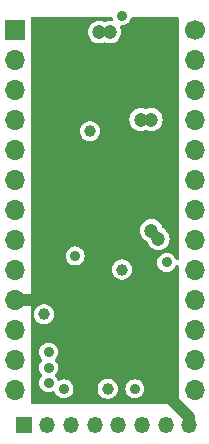
<source format=gbr>
%TF.GenerationSoftware,KiCad,Pcbnew,7.0.8*%
%TF.CreationDate,2024-04-19T17:39:30-04:00*%
%TF.ProjectId,rcl57_mcu,72636c35-375f-46d6-9375-2e6b69636164,rev?*%
%TF.SameCoordinates,Original*%
%TF.FileFunction,Copper,L2,Inr*%
%TF.FilePolarity,Positive*%
%FSLAX46Y46*%
G04 Gerber Fmt 4.6, Leading zero omitted, Abs format (unit mm)*
G04 Created by KiCad (PCBNEW 7.0.8) date 2024-04-19 17:39:30*
%MOMM*%
%LPD*%
G01*
G04 APERTURE LIST*
%TA.AperFunction,ComponentPad*%
%ADD10R,1.350000X1.350000*%
%TD*%
%TA.AperFunction,ComponentPad*%
%ADD11O,1.350000X1.350000*%
%TD*%
%TA.AperFunction,ComponentPad*%
%ADD12R,1.700000X1.700000*%
%TD*%
%TA.AperFunction,ComponentPad*%
%ADD13O,1.700000X1.700000*%
%TD*%
%TA.AperFunction,ComponentPad*%
%ADD14C,1.700000*%
%TD*%
%TA.AperFunction,ViaPad*%
%ADD15C,0.900000*%
%TD*%
%TA.AperFunction,ViaPad*%
%ADD16C,1.200000*%
%TD*%
%TA.AperFunction,ViaPad*%
%ADD17C,1.000000*%
%TD*%
%TA.AperFunction,Conductor*%
%ADD18C,0.350000*%
%TD*%
%TA.AperFunction,Conductor*%
%ADD19C,1.000000*%
%TD*%
%TA.AperFunction,Conductor*%
%ADD20C,0.250000*%
%TD*%
G04 APERTURE END LIST*
D10*
%TO.N,/SWDIO*%
%TO.C,J3*%
X137900000Y-115600000D03*
D11*
%TO.N,/SWCLK*%
X139900000Y-115600000D03*
%TO.N,/U1TXD*%
X141900000Y-115600000D03*
%TO.N,/U1RXD*%
X143900000Y-115600000D03*
%TO.N,/BOOT0*%
X145900000Y-115600000D03*
%TO.N,/NRST*%
X147900000Y-115600000D03*
%TO.N,+3V3*%
X149900000Y-115600000D03*
%TO.N,GND*%
X151900000Y-115600000D03*
%TD*%
D12*
%TO.N,+BATT*%
%TO.C,J1*%
X137160000Y-82147058D03*
D13*
%TO.N,/D1SP*%
X137160000Y-84687058D03*
%TO.N,/D2*%
X137160000Y-87227058D03*
%TO.N,/D3*%
X137160000Y-89767058D03*
%TO.N,/D4*%
X137160000Y-92307058D03*
%TO.N,/D5*%
X137160000Y-94847058D03*
%TO.N,/D6*%
X137160000Y-97387058D03*
%TO.N,/D7*%
X137160000Y-99927058D03*
%TO.N,/D8*%
X137160000Y-102467058D03*
%TO.N,GND*%
X137160000Y-105007058D03*
%TO.N,/D9*%
X137160000Y-107547058D03*
%TO.N,/D10*%
X137160000Y-110087058D03*
%TO.N,/D11*%
X137160000Y-112627058D03*
%TD*%
D14*
%TO.N,/SG*%
%TO.C,J2*%
X152360000Y-82147056D03*
D13*
%TO.N,/SF*%
X152360000Y-84687056D03*
%TO.N,/SE*%
X152360000Y-87227056D03*
%TO.N,/SC*%
X152360000Y-89767056D03*
%TO.N,/SB*%
X152360000Y-92307056D03*
%TO.N,/SA*%
X152360000Y-94847056D03*
%TO.N,/D12SD*%
X152360000Y-97387056D03*
%TO.N,unconnected-(J2-Pin_8-Pad8)*%
X152360000Y-99927056D03*
%TO.N,/K5*%
X152360000Y-102467056D03*
%TO.N,/K4*%
X152360000Y-105007056D03*
%TO.N,/K3*%
X152360000Y-107547056D03*
%TO.N,/K2*%
X152360000Y-110087056D03*
%TO.N,/K1*%
X152360000Y-112627056D03*
%TD*%
D15*
%TO.N,GND*%
X149200000Y-112500000D03*
D16*
X145100000Y-87400000D03*
X140300000Y-87400000D03*
D17*
X145000000Y-107309585D03*
X146300000Y-98000000D03*
X143200000Y-95900000D03*
D16*
%TO.N,+3V3*%
X145200000Y-82300000D03*
X148700000Y-99100000D03*
D17*
X145000000Y-112500000D03*
D16*
X147800000Y-89700000D03*
X148700000Y-89700000D03*
D17*
X139600002Y-106200000D03*
D16*
X144300000Y-82300000D03*
X149300000Y-99800000D03*
D17*
X146200000Y-102400000D03*
X143500000Y-90700000D03*
D15*
%TO.N,/NRST*%
X147300000Y-112500000D03*
%TO.N,/D1SP*%
X146200000Y-80900000D03*
%TO.N,/D12SD*%
X150000000Y-101800000D03*
X142250000Y-101250000D03*
%TO.N,/LATCH*%
X140000000Y-109400000D03*
%TO.N,/SCLK*%
X139999994Y-110700000D03*
%TO.N,/SDATA*%
X141300000Y-112500000D03*
%TO.N,/DIRECT*%
X140000000Y-112000000D03*
%TD*%
D18*
%TO.N,GND*%
X142007056Y-105007056D02*
X144309585Y-107309585D01*
X138500000Y-105007056D02*
X142007056Y-105007056D01*
X144309585Y-107309585D02*
X145000000Y-107309585D01*
X149200000Y-110200000D02*
X146309585Y-107309585D01*
X146309585Y-107309585D02*
X145000000Y-107309585D01*
X149200000Y-112500000D02*
X149200000Y-110200000D01*
D19*
X151900000Y-114900000D02*
X151900000Y-115600000D01*
X149500000Y-112500000D02*
X151900000Y-114900000D01*
X149200000Y-112500000D02*
X149500000Y-112500000D01*
X137160000Y-105007058D02*
X138500000Y-105007056D01*
D20*
X145090415Y-107400000D02*
X145000000Y-107309585D01*
D18*
%TO.N,/D1SP*%
X137186472Y-84687057D02*
X137160000Y-84687057D01*
%TD*%
%TA.AperFunction,Conductor*%
%TO.N,GND*%
G36*
X145365956Y-81019685D02*
G01*
X145411711Y-81072489D01*
X145415959Y-81083046D01*
X145454389Y-81192874D01*
X145457950Y-81262653D01*
X145423221Y-81323280D01*
X145361228Y-81355507D01*
X145325193Y-81357231D01*
X145200000Y-81344901D01*
X145013668Y-81363252D01*
X145013666Y-81363253D01*
X144834502Y-81417602D01*
X144834494Y-81417605D01*
X144808451Y-81431526D01*
X144740048Y-81445767D01*
X144691549Y-81431526D01*
X144665505Y-81417605D01*
X144665497Y-81417602D01*
X144486333Y-81363253D01*
X144486331Y-81363252D01*
X144300000Y-81344901D01*
X144113668Y-81363252D01*
X144113666Y-81363253D01*
X143934497Y-81417604D01*
X143769376Y-81505862D01*
X143769373Y-81505864D01*
X143624642Y-81624642D01*
X143505864Y-81769373D01*
X143505862Y-81769376D01*
X143417604Y-81934497D01*
X143363253Y-82113666D01*
X143363252Y-82113668D01*
X143344901Y-82300000D01*
X143363252Y-82486331D01*
X143363253Y-82486333D01*
X143417604Y-82665502D01*
X143505862Y-82830623D01*
X143505864Y-82830626D01*
X143624642Y-82975357D01*
X143769373Y-83094135D01*
X143769376Y-83094137D01*
X143881807Y-83154232D01*
X143934499Y-83182396D01*
X144113666Y-83236746D01*
X144113668Y-83236747D01*
X144130374Y-83238392D01*
X144300000Y-83255099D01*
X144486331Y-83236747D01*
X144665501Y-83182396D01*
X144691545Y-83168474D01*
X144759947Y-83154232D01*
X144808454Y-83168474D01*
X144834499Y-83182396D01*
X145013666Y-83236746D01*
X145013668Y-83236747D01*
X145030374Y-83238392D01*
X145200000Y-83255099D01*
X145386331Y-83236747D01*
X145565501Y-83182396D01*
X145730625Y-83094136D01*
X145875357Y-82975357D01*
X145994136Y-82830625D01*
X146082396Y-82665501D01*
X146136747Y-82486331D01*
X146155099Y-82300000D01*
X146136747Y-82113669D01*
X146082396Y-81934499D01*
X146055876Y-81884884D01*
X146041635Y-81816483D01*
X146066635Y-81751239D01*
X146122939Y-81709868D01*
X146179118Y-81703212D01*
X146200000Y-81705565D01*
X146200000Y-81705564D01*
X146200001Y-81705565D01*
X146200004Y-81705565D01*
X146379249Y-81685369D01*
X146379252Y-81685368D01*
X146379255Y-81685368D01*
X146549522Y-81625789D01*
X146702262Y-81529816D01*
X146829816Y-81402262D01*
X146925789Y-81249522D01*
X146984041Y-81083044D01*
X147024763Y-81026270D01*
X147089715Y-81000522D01*
X147101083Y-81000000D01*
X150876000Y-81000000D01*
X150943039Y-81019685D01*
X150988794Y-81072489D01*
X151000000Y-81124000D01*
X151000000Y-101504314D01*
X150980315Y-101571353D01*
X150927511Y-101617108D01*
X150858353Y-101627052D01*
X150794797Y-101598027D01*
X150758959Y-101545269D01*
X150725790Y-101450480D01*
X150725789Y-101450478D01*
X150629816Y-101297738D01*
X150502262Y-101170184D01*
X150349523Y-101074211D01*
X150179254Y-101014631D01*
X150179249Y-101014630D01*
X150000004Y-100994435D01*
X149999996Y-100994435D01*
X149820750Y-101014630D01*
X149820745Y-101014631D01*
X149650476Y-101074211D01*
X149497737Y-101170184D01*
X149370184Y-101297737D01*
X149274211Y-101450476D01*
X149214631Y-101620745D01*
X149214630Y-101620750D01*
X149194435Y-101799996D01*
X149194435Y-101800003D01*
X149214630Y-101979249D01*
X149214631Y-101979254D01*
X149274211Y-102149523D01*
X149370184Y-102302262D01*
X149497738Y-102429816D01*
X149650478Y-102525789D01*
X149799131Y-102577805D01*
X149820745Y-102585368D01*
X149820750Y-102585369D01*
X149999996Y-102605565D01*
X150000000Y-102605565D01*
X150000004Y-102605565D01*
X150179249Y-102585369D01*
X150179252Y-102585368D01*
X150179255Y-102585368D01*
X150349522Y-102525789D01*
X150502262Y-102429816D01*
X150629816Y-102302262D01*
X150725789Y-102149522D01*
X150758958Y-102054731D01*
X150799680Y-101997954D01*
X150864633Y-101972207D01*
X150933194Y-101985663D01*
X150983597Y-102034050D01*
X151000000Y-102095685D01*
X151000000Y-113676000D01*
X150980315Y-113743039D01*
X150927511Y-113788794D01*
X150876000Y-113800000D01*
X138624000Y-113800000D01*
X138556961Y-113780315D01*
X138511206Y-113727511D01*
X138500000Y-113676000D01*
X138500000Y-110700003D01*
X139194429Y-110700003D01*
X139214624Y-110879249D01*
X139214625Y-110879254D01*
X139274205Y-111049523D01*
X139342342Y-111157961D01*
X139370178Y-111202262D01*
X139430232Y-111262316D01*
X139430238Y-111262322D01*
X139463722Y-111323646D01*
X139458737Y-111393337D01*
X139430238Y-111437684D01*
X139370183Y-111497739D01*
X139274211Y-111650476D01*
X139214631Y-111820745D01*
X139214630Y-111820750D01*
X139194435Y-111999996D01*
X139194435Y-112000003D01*
X139214630Y-112179249D01*
X139214631Y-112179254D01*
X139274211Y-112349523D01*
X139368760Y-112499996D01*
X139370184Y-112502262D01*
X139497738Y-112629816D01*
X139574109Y-112677803D01*
X139635608Y-112716446D01*
X139650478Y-112725789D01*
X139776003Y-112769712D01*
X139820745Y-112785368D01*
X139820750Y-112785369D01*
X139999996Y-112805565D01*
X140000000Y-112805565D01*
X140000004Y-112805565D01*
X140179249Y-112785369D01*
X140179252Y-112785368D01*
X140179255Y-112785368D01*
X140349522Y-112725789D01*
X140366559Y-112715083D01*
X140433794Y-112696081D01*
X140500630Y-112716446D01*
X140545846Y-112769712D01*
X140549575Y-112779120D01*
X140574209Y-112849519D01*
X140574211Y-112849522D01*
X140670184Y-113002262D01*
X140797738Y-113129816D01*
X140950478Y-113225789D01*
X140992840Y-113240612D01*
X141120745Y-113285368D01*
X141120750Y-113285369D01*
X141299996Y-113305565D01*
X141300000Y-113305565D01*
X141300004Y-113305565D01*
X141479249Y-113285369D01*
X141479252Y-113285368D01*
X141479255Y-113285368D01*
X141649522Y-113225789D01*
X141802262Y-113129816D01*
X141929816Y-113002262D01*
X142025789Y-112849522D01*
X142085368Y-112679255D01*
X142085531Y-112677807D01*
X142105565Y-112500003D01*
X142105565Y-112500000D01*
X144144815Y-112500000D01*
X144163503Y-112677805D01*
X144163504Y-112677807D01*
X144218747Y-112847829D01*
X144218750Y-112847835D01*
X144308141Y-113002665D01*
X144349812Y-113048946D01*
X144427764Y-113135521D01*
X144427767Y-113135523D01*
X144427770Y-113135526D01*
X144572407Y-113240612D01*
X144735733Y-113313329D01*
X144910609Y-113350500D01*
X144910610Y-113350500D01*
X145089389Y-113350500D01*
X145089391Y-113350500D01*
X145264267Y-113313329D01*
X145427593Y-113240612D01*
X145572230Y-113135526D01*
X145577372Y-113129816D01*
X145598148Y-113106741D01*
X145691859Y-113002665D01*
X145781250Y-112847835D01*
X145836497Y-112677803D01*
X145855185Y-112500003D01*
X146494435Y-112500003D01*
X146514630Y-112679249D01*
X146514631Y-112679254D01*
X146574211Y-112849523D01*
X146670184Y-113002262D01*
X146797738Y-113129816D01*
X146950478Y-113225789D01*
X146992840Y-113240612D01*
X147120745Y-113285368D01*
X147120750Y-113285369D01*
X147299996Y-113305565D01*
X147300000Y-113305565D01*
X147300004Y-113305565D01*
X147479249Y-113285369D01*
X147479252Y-113285368D01*
X147479255Y-113285368D01*
X147649522Y-113225789D01*
X147802262Y-113129816D01*
X147929816Y-113002262D01*
X148025789Y-112849522D01*
X148085368Y-112679255D01*
X148085531Y-112677807D01*
X148105565Y-112500003D01*
X148105565Y-112499996D01*
X148085369Y-112320750D01*
X148085368Y-112320745D01*
X148025789Y-112150478D01*
X147929816Y-111997738D01*
X147802262Y-111870184D01*
X147793175Y-111864474D01*
X147649523Y-111774211D01*
X147479254Y-111714631D01*
X147479249Y-111714630D01*
X147300004Y-111694435D01*
X147299996Y-111694435D01*
X147120750Y-111714630D01*
X147120745Y-111714631D01*
X146950476Y-111774211D01*
X146797737Y-111870184D01*
X146670184Y-111997737D01*
X146574211Y-112150476D01*
X146514631Y-112320745D01*
X146514630Y-112320750D01*
X146494435Y-112499996D01*
X146494435Y-112500003D01*
X145855185Y-112500003D01*
X145855185Y-112500000D01*
X145836497Y-112322197D01*
X145781250Y-112152165D01*
X145691859Y-111997335D01*
X145645003Y-111945296D01*
X145572235Y-111864478D01*
X145572232Y-111864476D01*
X145572231Y-111864475D01*
X145572230Y-111864474D01*
X145427593Y-111759388D01*
X145264267Y-111686671D01*
X145264265Y-111686670D01*
X145136594Y-111659533D01*
X145089391Y-111649500D01*
X144910609Y-111649500D01*
X144879954Y-111656015D01*
X144735733Y-111686670D01*
X144735728Y-111686672D01*
X144572408Y-111759387D01*
X144427768Y-111864475D01*
X144308140Y-111997336D01*
X144218750Y-112152164D01*
X144218747Y-112152170D01*
X144163504Y-112322192D01*
X144163503Y-112322194D01*
X144144815Y-112500000D01*
X142105565Y-112500000D01*
X142105565Y-112499996D01*
X142085369Y-112320750D01*
X142085368Y-112320745D01*
X142025789Y-112150478D01*
X141929816Y-111997738D01*
X141802262Y-111870184D01*
X141793175Y-111864474D01*
X141649523Y-111774211D01*
X141479254Y-111714631D01*
X141479249Y-111714630D01*
X141300004Y-111694435D01*
X141299996Y-111694435D01*
X141120750Y-111714630D01*
X141120745Y-111714631D01*
X140950474Y-111774212D01*
X140933436Y-111784918D01*
X140866199Y-111803918D01*
X140799364Y-111783550D01*
X140754151Y-111730281D01*
X140750423Y-111720878D01*
X140725789Y-111650478D01*
X140725174Y-111649500D01*
X140629816Y-111497738D01*
X140569756Y-111437678D01*
X140536271Y-111376355D01*
X140541255Y-111306663D01*
X140569756Y-111262316D01*
X140629810Y-111202262D01*
X140725783Y-111049522D01*
X140785362Y-110879255D01*
X140805559Y-110700000D01*
X140785362Y-110520745D01*
X140725783Y-110350478D01*
X140629810Y-110197738D01*
X140569756Y-110137684D01*
X140536271Y-110076361D01*
X140541255Y-110006669D01*
X140569756Y-109962322D01*
X140569762Y-109962316D01*
X140629816Y-109902262D01*
X140725789Y-109749522D01*
X140785368Y-109579255D01*
X140805565Y-109400000D01*
X140785368Y-109220745D01*
X140725789Y-109050478D01*
X140629816Y-108897738D01*
X140502262Y-108770184D01*
X140349523Y-108674211D01*
X140179254Y-108614631D01*
X140179249Y-108614630D01*
X140000004Y-108594435D01*
X139999996Y-108594435D01*
X139820750Y-108614630D01*
X139820745Y-108614631D01*
X139650476Y-108674211D01*
X139497737Y-108770184D01*
X139370184Y-108897737D01*
X139274211Y-109050476D01*
X139214631Y-109220745D01*
X139214630Y-109220750D01*
X139194435Y-109399996D01*
X139194435Y-109400003D01*
X139214630Y-109579249D01*
X139214631Y-109579254D01*
X139274211Y-109749523D01*
X139370184Y-109902262D01*
X139430238Y-109962316D01*
X139463723Y-110023639D01*
X139458739Y-110093331D01*
X139430238Y-110137678D01*
X139370178Y-110197737D01*
X139274205Y-110350476D01*
X139214625Y-110520745D01*
X139214624Y-110520750D01*
X139194429Y-110699996D01*
X139194429Y-110700003D01*
X138500000Y-110700003D01*
X138500000Y-106236782D01*
X138510252Y-106201866D01*
X138507272Y-106195949D01*
X138739186Y-106195949D01*
X138742977Y-106201847D01*
X138747321Y-106223820D01*
X138763505Y-106377805D01*
X138763506Y-106377807D01*
X138818749Y-106547829D01*
X138818752Y-106547835D01*
X138908143Y-106702665D01*
X138949814Y-106748946D01*
X139027766Y-106835521D01*
X139027769Y-106835523D01*
X139027772Y-106835526D01*
X139172409Y-106940612D01*
X139335735Y-107013329D01*
X139510611Y-107050500D01*
X139510612Y-107050500D01*
X139689391Y-107050500D01*
X139689393Y-107050500D01*
X139864269Y-107013329D01*
X140027595Y-106940612D01*
X140172232Y-106835526D01*
X140291861Y-106702665D01*
X140381252Y-106547835D01*
X140436499Y-106377803D01*
X140455187Y-106200000D01*
X140436499Y-106022197D01*
X140381252Y-105852165D01*
X140291861Y-105697335D01*
X140245005Y-105645296D01*
X140172237Y-105564478D01*
X140172234Y-105564476D01*
X140172233Y-105564475D01*
X140172232Y-105564474D01*
X140027595Y-105459388D01*
X139864269Y-105386671D01*
X139864267Y-105386670D01*
X139736596Y-105359533D01*
X139689393Y-105349500D01*
X139510611Y-105349500D01*
X139479956Y-105356015D01*
X139335735Y-105386670D01*
X139335730Y-105386672D01*
X139172410Y-105459387D01*
X139027770Y-105564475D01*
X138908142Y-105697336D01*
X138818752Y-105852164D01*
X138818749Y-105852170D01*
X138763506Y-106022192D01*
X138763505Y-106022194D01*
X138747321Y-106176179D01*
X138739186Y-106195949D01*
X138507272Y-106195949D01*
X138502023Y-106185524D01*
X138500000Y-106163217D01*
X138500000Y-102400000D01*
X145344815Y-102400000D01*
X145363503Y-102577805D01*
X145363504Y-102577807D01*
X145418747Y-102747829D01*
X145418750Y-102747835D01*
X145508141Y-102902665D01*
X145549812Y-102948946D01*
X145627764Y-103035521D01*
X145627767Y-103035523D01*
X145627770Y-103035526D01*
X145772407Y-103140612D01*
X145935733Y-103213329D01*
X146110609Y-103250500D01*
X146110610Y-103250500D01*
X146289389Y-103250500D01*
X146289391Y-103250500D01*
X146464267Y-103213329D01*
X146627593Y-103140612D01*
X146772230Y-103035526D01*
X146891859Y-102902665D01*
X146981250Y-102747835D01*
X147036497Y-102577803D01*
X147055185Y-102400000D01*
X147036497Y-102222197D01*
X146981250Y-102052165D01*
X146891859Y-101897335D01*
X146804221Y-101800003D01*
X146772235Y-101764478D01*
X146772232Y-101764476D01*
X146772231Y-101764475D01*
X146772230Y-101764474D01*
X146627593Y-101659388D01*
X146464267Y-101586671D01*
X146464265Y-101586670D01*
X146336594Y-101559533D01*
X146289391Y-101549500D01*
X146110609Y-101549500D01*
X146079954Y-101556015D01*
X145935733Y-101586670D01*
X145935728Y-101586672D01*
X145772408Y-101659387D01*
X145627768Y-101764475D01*
X145508140Y-101897336D01*
X145418750Y-102052164D01*
X145418747Y-102052170D01*
X145363504Y-102222192D01*
X145363503Y-102222194D01*
X145344815Y-102400000D01*
X138500000Y-102400000D01*
X138500000Y-101250003D01*
X141444435Y-101250003D01*
X141464630Y-101429249D01*
X141464631Y-101429254D01*
X141524211Y-101599523D01*
X141561827Y-101659388D01*
X141620184Y-101752262D01*
X141747738Y-101879816D01*
X141900478Y-101975789D01*
X141963822Y-101997954D01*
X142070745Y-102035368D01*
X142070750Y-102035369D01*
X142249996Y-102055565D01*
X142250000Y-102055565D01*
X142250004Y-102055565D01*
X142429249Y-102035369D01*
X142429252Y-102035368D01*
X142429255Y-102035368D01*
X142599522Y-101975789D01*
X142752262Y-101879816D01*
X142879816Y-101752262D01*
X142975789Y-101599522D01*
X143035368Y-101429255D01*
X143035369Y-101429249D01*
X143055565Y-101250003D01*
X143055565Y-101249996D01*
X143035369Y-101070750D01*
X143035368Y-101070745D01*
X143015733Y-101014631D01*
X142975789Y-100900478D01*
X142879816Y-100747738D01*
X142752262Y-100620184D01*
X142599523Y-100524211D01*
X142429254Y-100464631D01*
X142429249Y-100464630D01*
X142250004Y-100444435D01*
X142249996Y-100444435D01*
X142070750Y-100464630D01*
X142070745Y-100464631D01*
X141900476Y-100524211D01*
X141747737Y-100620184D01*
X141620184Y-100747737D01*
X141524211Y-100900476D01*
X141464631Y-101070745D01*
X141464630Y-101070750D01*
X141444435Y-101249996D01*
X141444435Y-101250003D01*
X138500000Y-101250003D01*
X138500000Y-99100000D01*
X147744901Y-99100000D01*
X147763252Y-99286331D01*
X147763253Y-99286333D01*
X147817604Y-99465502D01*
X147905862Y-99630623D01*
X147905864Y-99630626D01*
X148024642Y-99775357D01*
X148054670Y-99800000D01*
X148169375Y-99894136D01*
X148322097Y-99975767D01*
X148371939Y-100024728D01*
X148382302Y-100049128D01*
X148417604Y-100165502D01*
X148505862Y-100330623D01*
X148505864Y-100330626D01*
X148624642Y-100475357D01*
X148769373Y-100594135D01*
X148769376Y-100594137D01*
X148934497Y-100682395D01*
X148934499Y-100682396D01*
X149113666Y-100736746D01*
X149113668Y-100736747D01*
X149130374Y-100738392D01*
X149300000Y-100755099D01*
X149486331Y-100736747D01*
X149665501Y-100682396D01*
X149830625Y-100594136D01*
X149975357Y-100475357D01*
X150094136Y-100330625D01*
X150182396Y-100165501D01*
X150236747Y-99986331D01*
X150255099Y-99800000D01*
X150236747Y-99613669D01*
X150182396Y-99434499D01*
X150182395Y-99434497D01*
X150094137Y-99269376D01*
X150094135Y-99269373D01*
X149975357Y-99124642D01*
X149830626Y-99005864D01*
X149830623Y-99005862D01*
X149677904Y-98924233D01*
X149628060Y-98875271D01*
X149617698Y-98850875D01*
X149582396Y-98734499D01*
X149582394Y-98734496D01*
X149582394Y-98734494D01*
X149494137Y-98569376D01*
X149494135Y-98569373D01*
X149375357Y-98424642D01*
X149230626Y-98305864D01*
X149230623Y-98305862D01*
X149065502Y-98217604D01*
X148886333Y-98163253D01*
X148886331Y-98163252D01*
X148700000Y-98144901D01*
X148513668Y-98163252D01*
X148513666Y-98163253D01*
X148334497Y-98217604D01*
X148169376Y-98305862D01*
X148169373Y-98305864D01*
X148024642Y-98424642D01*
X147905864Y-98569373D01*
X147905862Y-98569376D01*
X147817604Y-98734497D01*
X147763253Y-98913666D01*
X147763252Y-98913668D01*
X147744901Y-99100000D01*
X138500000Y-99100000D01*
X138500000Y-90700000D01*
X142644815Y-90700000D01*
X142663503Y-90877805D01*
X142663504Y-90877807D01*
X142718747Y-91047829D01*
X142718750Y-91047835D01*
X142808141Y-91202665D01*
X142849812Y-91248946D01*
X142927764Y-91335521D01*
X142927767Y-91335523D01*
X142927770Y-91335526D01*
X143072407Y-91440612D01*
X143235733Y-91513329D01*
X143410609Y-91550500D01*
X143410610Y-91550500D01*
X143589389Y-91550500D01*
X143589391Y-91550500D01*
X143764267Y-91513329D01*
X143927593Y-91440612D01*
X144072230Y-91335526D01*
X144191859Y-91202665D01*
X144281250Y-91047835D01*
X144336497Y-90877803D01*
X144355185Y-90700000D01*
X144336497Y-90522197D01*
X144281250Y-90352165D01*
X144191859Y-90197335D01*
X144145003Y-90145296D01*
X144072235Y-90064478D01*
X144072232Y-90064476D01*
X144072231Y-90064475D01*
X144072230Y-90064474D01*
X143927593Y-89959388D01*
X143764267Y-89886671D01*
X143764265Y-89886670D01*
X143636594Y-89859533D01*
X143589391Y-89849500D01*
X143410609Y-89849500D01*
X143379954Y-89856015D01*
X143235733Y-89886670D01*
X143235728Y-89886672D01*
X143072408Y-89959387D01*
X142927768Y-90064475D01*
X142808140Y-90197336D01*
X142718750Y-90352164D01*
X142718747Y-90352170D01*
X142663504Y-90522192D01*
X142663503Y-90522194D01*
X142644815Y-90700000D01*
X138500000Y-90700000D01*
X138500000Y-89700000D01*
X146844901Y-89700000D01*
X146863252Y-89886331D01*
X146863253Y-89886333D01*
X146917604Y-90065502D01*
X147005862Y-90230623D01*
X147005864Y-90230626D01*
X147124642Y-90375357D01*
X147269373Y-90494135D01*
X147269376Y-90494137D01*
X147381807Y-90554232D01*
X147434499Y-90582396D01*
X147613666Y-90636746D01*
X147613668Y-90636747D01*
X147630374Y-90638392D01*
X147800000Y-90655099D01*
X147986331Y-90636747D01*
X148165501Y-90582396D01*
X148191545Y-90568474D01*
X148259947Y-90554232D01*
X148308454Y-90568474D01*
X148334499Y-90582396D01*
X148513666Y-90636746D01*
X148513668Y-90636747D01*
X148530374Y-90638392D01*
X148700000Y-90655099D01*
X148886331Y-90636747D01*
X149065501Y-90582396D01*
X149230625Y-90494136D01*
X149375357Y-90375357D01*
X149494136Y-90230625D01*
X149582396Y-90065501D01*
X149636747Y-89886331D01*
X149655099Y-89700000D01*
X149636747Y-89513669D01*
X149582396Y-89334499D01*
X149494136Y-89169375D01*
X149494135Y-89169373D01*
X149375357Y-89024642D01*
X149230626Y-88905864D01*
X149230623Y-88905862D01*
X149065502Y-88817604D01*
X148886333Y-88763253D01*
X148886331Y-88763252D01*
X148700000Y-88744901D01*
X148513668Y-88763252D01*
X148513666Y-88763253D01*
X148334502Y-88817602D01*
X148334494Y-88817605D01*
X148308451Y-88831526D01*
X148240048Y-88845767D01*
X148191549Y-88831526D01*
X148165505Y-88817605D01*
X148165497Y-88817602D01*
X147986333Y-88763253D01*
X147986331Y-88763252D01*
X147800000Y-88744901D01*
X147613668Y-88763252D01*
X147613666Y-88763253D01*
X147434497Y-88817604D01*
X147269376Y-88905862D01*
X147269373Y-88905864D01*
X147124642Y-89024642D01*
X147005864Y-89169373D01*
X147005862Y-89169376D01*
X146917604Y-89334497D01*
X146863253Y-89513666D01*
X146863252Y-89513668D01*
X146844901Y-89700000D01*
X138500000Y-89700000D01*
X138500000Y-81124000D01*
X138519685Y-81056961D01*
X138572489Y-81011206D01*
X138624000Y-81000000D01*
X145298917Y-81000000D01*
X145365956Y-81019685D01*
G37*
%TD.AperFunction*%
%TD*%
M02*

</source>
